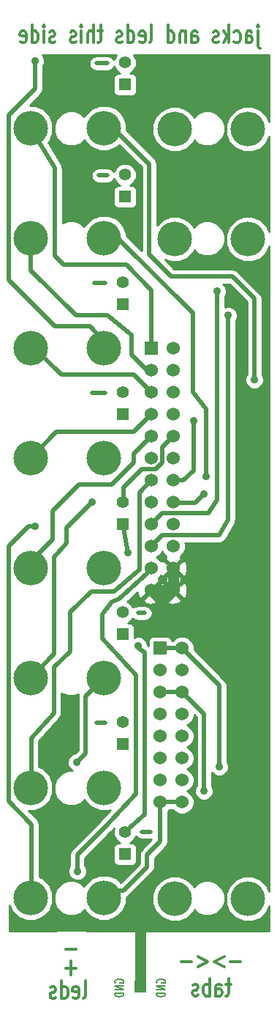
<source format=gbl>
G04 (created by PCBNEW-RS274X (2012-01-19 BZR 3256)-stable) date 12/6/2012 10:52:00 PM*
G01*
G70*
G90*
%MOIN*%
G04 Gerber Fmt 3.4, Leading zero omitted, Abs format*
%FSLAX34Y34*%
G04 APERTURE LIST*
%ADD10C,0.006000*%
%ADD11C,0.012000*%
%ADD12C,0.005000*%
%ADD13R,0.055000X0.055000*%
%ADD14R,0.060000X0.060000*%
%ADD15C,0.060000*%
%ADD16O,0.157500X0.157500*%
%ADD17C,0.055000*%
%ADD18C,0.035000*%
%ADD19C,0.020000*%
%ADD20C,0.050000*%
%ADD21C,0.010000*%
G04 APERTURE END LIST*
G54D10*
G54D11*
X49068Y-75394D02*
X48611Y-75394D01*
X48325Y-75165D02*
X47868Y-75394D01*
X48325Y-75623D01*
X47125Y-75165D02*
X47582Y-75394D01*
X47125Y-75623D01*
X46839Y-75394D02*
X46382Y-75394D01*
X48625Y-76405D02*
X48396Y-76405D01*
X48539Y-76139D02*
X48539Y-76825D01*
X48511Y-76901D01*
X48453Y-76939D01*
X48396Y-76939D01*
X47939Y-76939D02*
X47939Y-76520D01*
X47968Y-76444D01*
X48025Y-76405D01*
X48139Y-76405D01*
X48196Y-76444D01*
X47939Y-76901D02*
X47996Y-76939D01*
X48139Y-76939D01*
X48196Y-76901D01*
X48225Y-76825D01*
X48225Y-76748D01*
X48196Y-76672D01*
X48139Y-76634D01*
X47996Y-76634D01*
X47939Y-76596D01*
X47653Y-76939D02*
X47653Y-76139D01*
X47653Y-76444D02*
X47596Y-76405D01*
X47482Y-76405D01*
X47425Y-76444D01*
X47396Y-76482D01*
X47367Y-76558D01*
X47367Y-76786D01*
X47396Y-76863D01*
X47425Y-76901D01*
X47482Y-76939D01*
X47596Y-76939D01*
X47653Y-76901D01*
X47139Y-76901D02*
X47082Y-76939D01*
X46967Y-76939D01*
X46910Y-76901D01*
X46882Y-76825D01*
X46882Y-76786D01*
X46910Y-76710D01*
X46967Y-76672D01*
X47053Y-76672D01*
X47110Y-76634D01*
X47139Y-76558D01*
X47139Y-76520D01*
X47110Y-76444D01*
X47053Y-76405D01*
X46967Y-76405D01*
X46910Y-76444D01*
G54D12*
X45256Y-76347D02*
X45237Y-76318D01*
X45237Y-76275D01*
X45256Y-76232D01*
X45294Y-76204D01*
X45332Y-76189D01*
X45408Y-76175D01*
X45465Y-76175D01*
X45542Y-76189D01*
X45580Y-76204D01*
X45618Y-76232D01*
X45637Y-76275D01*
X45637Y-76304D01*
X45618Y-76347D01*
X45599Y-76361D01*
X45465Y-76361D01*
X45465Y-76304D01*
X45637Y-76489D02*
X45237Y-76489D01*
X45637Y-76661D01*
X45237Y-76661D01*
X45637Y-76803D02*
X45237Y-76803D01*
X45237Y-76875D01*
X45256Y-76918D01*
X45294Y-76946D01*
X45332Y-76961D01*
X45408Y-76975D01*
X45465Y-76975D01*
X45542Y-76961D01*
X45580Y-76946D01*
X45618Y-76918D01*
X45637Y-76875D01*
X45637Y-76803D01*
G54D11*
X49865Y-33065D02*
X49865Y-33751D01*
X49894Y-33827D01*
X49951Y-33865D01*
X49979Y-33865D01*
X49865Y-32799D02*
X49894Y-32837D01*
X49865Y-32875D01*
X49837Y-32837D01*
X49865Y-32799D01*
X49865Y-32875D01*
X49322Y-33599D02*
X49322Y-33180D01*
X49351Y-33104D01*
X49408Y-33065D01*
X49522Y-33065D01*
X49579Y-33104D01*
X49322Y-33561D02*
X49379Y-33599D01*
X49522Y-33599D01*
X49579Y-33561D01*
X49608Y-33485D01*
X49608Y-33408D01*
X49579Y-33332D01*
X49522Y-33294D01*
X49379Y-33294D01*
X49322Y-33256D01*
X48779Y-33561D02*
X48836Y-33599D01*
X48950Y-33599D01*
X49008Y-33561D01*
X49036Y-33523D01*
X49065Y-33446D01*
X49065Y-33218D01*
X49036Y-33142D01*
X49008Y-33104D01*
X48950Y-33065D01*
X48836Y-33065D01*
X48779Y-33104D01*
X48522Y-33599D02*
X48522Y-32799D01*
X48465Y-33294D02*
X48294Y-33599D01*
X48294Y-33065D02*
X48522Y-33370D01*
X48065Y-33561D02*
X48008Y-33599D01*
X47893Y-33599D01*
X47836Y-33561D01*
X47808Y-33485D01*
X47808Y-33446D01*
X47836Y-33370D01*
X47893Y-33332D01*
X47979Y-33332D01*
X48036Y-33294D01*
X48065Y-33218D01*
X48065Y-33180D01*
X48036Y-33104D01*
X47979Y-33065D01*
X47893Y-33065D01*
X47836Y-33104D01*
X46836Y-33599D02*
X46836Y-33180D01*
X46865Y-33104D01*
X46922Y-33065D01*
X47036Y-33065D01*
X47093Y-33104D01*
X46836Y-33561D02*
X46893Y-33599D01*
X47036Y-33599D01*
X47093Y-33561D01*
X47122Y-33485D01*
X47122Y-33408D01*
X47093Y-33332D01*
X47036Y-33294D01*
X46893Y-33294D01*
X46836Y-33256D01*
X46550Y-33065D02*
X46550Y-33599D01*
X46550Y-33142D02*
X46522Y-33104D01*
X46464Y-33065D01*
X46379Y-33065D01*
X46322Y-33104D01*
X46293Y-33180D01*
X46293Y-33599D01*
X45750Y-33599D02*
X45750Y-32799D01*
X45750Y-33561D02*
X45807Y-33599D01*
X45921Y-33599D01*
X45979Y-33561D01*
X46007Y-33523D01*
X46036Y-33446D01*
X46036Y-33218D01*
X46007Y-33142D01*
X45979Y-33104D01*
X45921Y-33065D01*
X45807Y-33065D01*
X45750Y-33104D01*
X44921Y-33599D02*
X44979Y-33561D01*
X45007Y-33485D01*
X45007Y-32799D01*
X44465Y-33561D02*
X44522Y-33599D01*
X44636Y-33599D01*
X44693Y-33561D01*
X44722Y-33485D01*
X44722Y-33180D01*
X44693Y-33104D01*
X44636Y-33065D01*
X44522Y-33065D01*
X44465Y-33104D01*
X44436Y-33180D01*
X44436Y-33256D01*
X44722Y-33332D01*
X43922Y-33599D02*
X43922Y-32799D01*
X43922Y-33561D02*
X43979Y-33599D01*
X44093Y-33599D01*
X44151Y-33561D01*
X44179Y-33523D01*
X44208Y-33446D01*
X44208Y-33218D01*
X44179Y-33142D01*
X44151Y-33104D01*
X44093Y-33065D01*
X43979Y-33065D01*
X43922Y-33104D01*
X43665Y-33561D02*
X43608Y-33599D01*
X43493Y-33599D01*
X43436Y-33561D01*
X43408Y-33485D01*
X43408Y-33446D01*
X43436Y-33370D01*
X43493Y-33332D01*
X43579Y-33332D01*
X43636Y-33294D01*
X43665Y-33218D01*
X43665Y-33180D01*
X43636Y-33104D01*
X43579Y-33065D01*
X43493Y-33065D01*
X43436Y-33104D01*
X42779Y-33065D02*
X42550Y-33065D01*
X42693Y-32799D02*
X42693Y-33485D01*
X42665Y-33561D01*
X42607Y-33599D01*
X42550Y-33599D01*
X42350Y-33599D02*
X42350Y-32799D01*
X42093Y-33599D02*
X42093Y-33180D01*
X42122Y-33104D01*
X42179Y-33065D01*
X42264Y-33065D01*
X42322Y-33104D01*
X42350Y-33142D01*
X41807Y-33599D02*
X41807Y-33065D01*
X41807Y-32799D02*
X41836Y-32837D01*
X41807Y-32875D01*
X41779Y-32837D01*
X41807Y-32799D01*
X41807Y-32875D01*
X41550Y-33561D02*
X41493Y-33599D01*
X41378Y-33599D01*
X41321Y-33561D01*
X41293Y-33485D01*
X41293Y-33446D01*
X41321Y-33370D01*
X41378Y-33332D01*
X41464Y-33332D01*
X41521Y-33294D01*
X41550Y-33218D01*
X41550Y-33180D01*
X41521Y-33104D01*
X41464Y-33065D01*
X41378Y-33065D01*
X41321Y-33104D01*
X40607Y-33561D02*
X40550Y-33599D01*
X40435Y-33599D01*
X40378Y-33561D01*
X40350Y-33485D01*
X40350Y-33446D01*
X40378Y-33370D01*
X40435Y-33332D01*
X40521Y-33332D01*
X40578Y-33294D01*
X40607Y-33218D01*
X40607Y-33180D01*
X40578Y-33104D01*
X40521Y-33065D01*
X40435Y-33065D01*
X40378Y-33104D01*
X40092Y-33599D02*
X40092Y-33065D01*
X40092Y-32799D02*
X40121Y-32837D01*
X40092Y-32875D01*
X40064Y-32837D01*
X40092Y-32799D01*
X40092Y-32875D01*
X39549Y-33599D02*
X39549Y-32799D01*
X39549Y-33561D02*
X39606Y-33599D01*
X39720Y-33599D01*
X39778Y-33561D01*
X39806Y-33523D01*
X39835Y-33446D01*
X39835Y-33218D01*
X39806Y-33142D01*
X39778Y-33104D01*
X39720Y-33065D01*
X39606Y-33065D01*
X39549Y-33104D01*
X39035Y-33561D02*
X39092Y-33599D01*
X39206Y-33599D01*
X39263Y-33561D01*
X39292Y-33485D01*
X39292Y-33180D01*
X39263Y-33104D01*
X39206Y-33065D01*
X39092Y-33065D01*
X39035Y-33104D01*
X39006Y-33180D01*
X39006Y-33256D01*
X39292Y-33332D01*
X41565Y-74818D02*
X41108Y-74818D01*
X41899Y-77049D02*
X41957Y-77011D01*
X41985Y-76935D01*
X41985Y-76249D01*
X41443Y-77011D02*
X41500Y-77049D01*
X41614Y-77049D01*
X41671Y-77011D01*
X41700Y-76935D01*
X41700Y-76630D01*
X41671Y-76554D01*
X41614Y-76515D01*
X41500Y-76515D01*
X41443Y-76554D01*
X41414Y-76630D01*
X41414Y-76706D01*
X41700Y-76782D01*
X40900Y-77049D02*
X40900Y-76249D01*
X40900Y-77011D02*
X40957Y-77049D01*
X41071Y-77049D01*
X41129Y-77011D01*
X41157Y-76973D01*
X41186Y-76896D01*
X41186Y-76668D01*
X41157Y-76592D01*
X41129Y-76554D01*
X41071Y-76515D01*
X40957Y-76515D01*
X40900Y-76554D01*
X40643Y-77011D02*
X40586Y-77049D01*
X40471Y-77049D01*
X40414Y-77011D01*
X40386Y-76935D01*
X40386Y-76896D01*
X40414Y-76820D01*
X40471Y-76782D01*
X40557Y-76782D01*
X40614Y-76744D01*
X40643Y-76668D01*
X40643Y-76630D01*
X40614Y-76554D01*
X40557Y-76515D01*
X40471Y-76515D01*
X40414Y-76554D01*
G54D12*
X43356Y-76347D02*
X43337Y-76318D01*
X43337Y-76275D01*
X43356Y-76232D01*
X43394Y-76204D01*
X43432Y-76189D01*
X43508Y-76175D01*
X43565Y-76175D01*
X43642Y-76189D01*
X43680Y-76204D01*
X43718Y-76232D01*
X43737Y-76275D01*
X43737Y-76304D01*
X43718Y-76347D01*
X43699Y-76361D01*
X43565Y-76361D01*
X43565Y-76304D01*
X43737Y-76489D02*
X43337Y-76489D01*
X43737Y-76661D01*
X43337Y-76661D01*
X43737Y-76803D02*
X43337Y-76803D01*
X43337Y-76875D01*
X43356Y-76918D01*
X43394Y-76946D01*
X43432Y-76961D01*
X43508Y-76975D01*
X43565Y-76975D01*
X43642Y-76961D01*
X43680Y-76946D01*
X43718Y-76918D01*
X43737Y-76875D01*
X43737Y-76803D01*
G54D11*
X41097Y-75669D02*
X41554Y-75669D01*
X41325Y-75974D02*
X41325Y-75364D01*
G54D13*
X44500Y-76525D03*
G54D14*
X45400Y-61125D03*
G54D15*
X46400Y-61125D03*
X45400Y-62125D03*
X46400Y-62125D03*
X45400Y-63125D03*
X46400Y-63125D03*
X45400Y-64125D03*
X46400Y-64125D03*
X45400Y-65125D03*
X46400Y-65125D03*
X45400Y-66125D03*
X46400Y-66125D03*
X45400Y-67125D03*
X46400Y-67125D03*
X45400Y-68125D03*
X46400Y-68125D03*
G54D14*
X45000Y-47500D03*
G54D15*
X46000Y-47500D03*
X45000Y-48500D03*
X46000Y-48500D03*
X45000Y-49500D03*
X46000Y-49500D03*
X45000Y-50500D03*
X46000Y-50500D03*
X45000Y-51500D03*
X46000Y-51500D03*
X45000Y-52500D03*
X46000Y-52500D03*
X45000Y-53500D03*
X46000Y-53500D03*
X45000Y-54500D03*
X46000Y-54500D03*
X45000Y-55500D03*
X46000Y-55500D03*
X45000Y-56500D03*
X46000Y-56500D03*
X45000Y-57500D03*
X46000Y-57500D03*
X45000Y-58500D03*
X46000Y-58500D03*
G54D16*
X49410Y-42520D03*
X46060Y-42520D03*
X39490Y-72480D03*
X42840Y-72480D03*
X39490Y-67480D03*
X42840Y-67480D03*
X39490Y-42480D03*
X42840Y-42480D03*
X49410Y-72520D03*
X46060Y-72520D03*
X49410Y-37520D03*
X46060Y-37520D03*
X39490Y-57480D03*
X42840Y-57480D03*
X39490Y-52480D03*
X42840Y-52480D03*
X39490Y-37480D03*
X42840Y-37480D03*
X39490Y-47480D03*
X42840Y-47480D03*
X39490Y-62480D03*
X42840Y-62480D03*
G54D13*
X43800Y-35500D03*
G54D17*
X43800Y-34500D03*
G54D13*
X43800Y-40600D03*
G54D17*
X43800Y-39600D03*
G54D13*
X43700Y-50500D03*
G54D17*
X43700Y-49500D03*
G54D13*
X43700Y-45500D03*
G54D17*
X43700Y-44500D03*
G54D13*
X43700Y-65500D03*
G54D17*
X43700Y-64500D03*
G54D13*
X43800Y-70500D03*
G54D17*
X43800Y-69500D03*
G54D13*
X43700Y-60500D03*
G54D17*
X43700Y-59500D03*
G54D13*
X43700Y-55500D03*
G54D17*
X43700Y-54500D03*
G54D18*
X47500Y-53325D03*
X48500Y-46000D03*
X48000Y-44900D03*
X41625Y-71275D03*
X47400Y-54125D03*
X44400Y-61025D03*
X46925Y-50800D03*
X42300Y-54500D03*
X41600Y-66325D03*
X47400Y-67625D03*
X39700Y-34425D03*
X48100Y-66525D03*
X49700Y-48925D03*
X39700Y-55600D03*
X43925Y-56775D03*
G54D19*
X42500Y-64525D02*
X42900Y-64525D01*
X44400Y-59525D02*
X44700Y-59525D01*
X42300Y-49525D02*
X42900Y-49525D01*
X42400Y-44525D02*
X42900Y-44525D01*
X42600Y-39625D02*
X43000Y-39625D01*
X44575Y-69475D02*
X44975Y-69475D01*
X42500Y-34525D02*
X43000Y-34525D01*
G54D20*
X44500Y-76525D02*
X44500Y-73450D01*
X46000Y-58500D02*
X45000Y-58500D01*
X45000Y-58500D02*
X45400Y-58900D01*
X46000Y-57500D02*
X46000Y-58500D01*
X45400Y-58900D02*
X45400Y-59100D01*
X46000Y-58500D02*
X45400Y-59100D01*
G54D19*
X39490Y-67480D02*
X39527Y-67467D01*
X44450Y-54050D02*
X45000Y-53500D01*
X40550Y-62000D02*
X40550Y-64069D01*
X44450Y-54050D02*
X44450Y-57550D01*
X39527Y-65225D02*
X39527Y-67467D01*
X41300Y-61300D02*
X40550Y-62000D01*
X44450Y-57550D02*
X43300Y-58550D01*
X41300Y-59500D02*
X41300Y-61300D01*
X40550Y-64069D02*
X39527Y-65225D01*
X43300Y-58550D02*
X42250Y-58550D01*
X42250Y-58550D02*
X41300Y-59500D01*
X44800Y-48500D02*
X44100Y-47800D01*
X44100Y-46900D02*
X43000Y-46000D01*
X43000Y-46000D02*
X41550Y-46000D01*
X45000Y-48500D02*
X44800Y-48500D01*
X44100Y-47800D02*
X44100Y-46900D01*
X41550Y-46000D02*
X39490Y-43940D01*
X39490Y-43940D02*
X39490Y-42480D01*
X43480Y-42480D02*
X46900Y-45900D01*
X46900Y-45900D02*
X46900Y-49500D01*
X43480Y-42480D02*
X42840Y-42480D01*
X47500Y-50250D02*
X46900Y-49500D01*
X47500Y-50250D02*
X47500Y-53325D01*
X48100Y-56000D02*
X48500Y-55300D01*
X45500Y-56000D02*
X48100Y-56000D01*
X48500Y-55300D02*
X48500Y-46000D01*
X45000Y-56500D02*
X45500Y-56000D01*
X48000Y-54400D02*
X48000Y-44900D01*
X47600Y-55000D02*
X48000Y-54400D01*
X45000Y-55500D02*
X45500Y-55000D01*
X45500Y-55000D02*
X47600Y-55000D01*
X43534Y-58887D02*
X43214Y-59011D01*
X42750Y-60700D02*
X44300Y-62350D01*
X45000Y-57550D02*
X43534Y-58887D01*
X41625Y-70525D02*
X42900Y-69250D01*
X42750Y-59600D02*
X42750Y-60700D01*
X43214Y-59011D02*
X42750Y-59600D01*
X44300Y-62350D02*
X44300Y-67750D01*
X44300Y-67750D02*
X42900Y-69250D01*
X45000Y-57500D02*
X45000Y-57550D01*
X41625Y-71275D02*
X41625Y-70525D01*
X44200Y-52300D02*
X45000Y-51500D01*
X39540Y-57160D02*
X40500Y-56200D01*
X44200Y-52700D02*
X44200Y-52300D01*
X43200Y-53700D02*
X44200Y-52700D01*
X41700Y-53700D02*
X43200Y-53700D01*
X40500Y-54900D02*
X41700Y-53700D01*
X39490Y-57480D02*
X39540Y-57160D01*
X40500Y-56200D02*
X40500Y-54900D01*
X45000Y-44850D02*
X43850Y-43700D01*
X40600Y-43300D02*
X41000Y-43700D01*
X39490Y-37480D02*
X40600Y-39300D01*
X45000Y-44850D02*
X45000Y-47500D01*
X40600Y-39300D02*
X40600Y-43300D01*
X43850Y-43700D02*
X41000Y-43700D01*
X45400Y-68125D02*
X45400Y-69925D01*
X44800Y-70525D02*
X44800Y-71075D01*
X45400Y-69925D02*
X44800Y-70525D01*
X46400Y-68125D02*
X45400Y-68125D01*
X43725Y-72150D02*
X43170Y-72150D01*
X43170Y-72150D02*
X42840Y-72480D01*
X44800Y-71075D02*
X43725Y-72150D01*
X47000Y-54525D02*
X47400Y-54125D01*
X44400Y-61125D02*
X44700Y-61325D01*
X46025Y-54525D02*
X47000Y-54525D01*
X44700Y-61325D02*
X44700Y-68700D01*
X43800Y-69500D02*
X44700Y-68700D01*
X44400Y-61025D02*
X44400Y-61125D01*
X46025Y-54525D02*
X46000Y-54500D01*
X46473Y-53497D02*
X46470Y-53500D01*
X46470Y-53500D02*
X46000Y-53500D01*
X46925Y-53045D02*
X46473Y-53497D01*
X46925Y-53045D02*
X46925Y-50800D01*
X45213Y-52987D02*
X45500Y-52700D01*
X45200Y-53000D02*
X44550Y-53000D01*
X45200Y-53000D02*
X45213Y-52987D01*
X46000Y-51500D02*
X45500Y-52000D01*
X45500Y-52700D02*
X45500Y-52000D01*
X43725Y-54475D02*
X43700Y-54500D01*
X44550Y-53000D02*
X43725Y-53825D01*
X43725Y-53825D02*
X43725Y-54475D01*
X44200Y-51300D02*
X40670Y-51300D01*
X40670Y-51300D02*
X39490Y-52480D01*
X45000Y-50500D02*
X44200Y-51300D01*
X40550Y-61400D02*
X39490Y-62480D01*
X41139Y-56361D02*
X40550Y-57000D01*
X40550Y-57000D02*
X40550Y-61400D01*
X41139Y-55661D02*
X42300Y-54500D01*
X41139Y-55661D02*
X41139Y-56361D01*
X40900Y-48700D02*
X39680Y-47480D01*
X39680Y-47480D02*
X39490Y-47480D01*
X45000Y-49500D02*
X44200Y-48700D01*
X44200Y-48700D02*
X40900Y-48700D01*
X42840Y-62480D02*
X42000Y-63320D01*
X42000Y-65925D02*
X41600Y-66325D01*
X42000Y-63320D02*
X42000Y-65125D01*
X42000Y-65125D02*
X42000Y-65925D01*
X38500Y-44400D02*
X38500Y-36900D01*
X42200Y-46500D02*
X40600Y-46500D01*
X40600Y-46500D02*
X38500Y-44400D01*
X47400Y-64125D02*
X47400Y-67625D01*
X46400Y-63125D02*
X45400Y-63125D01*
X39700Y-35700D02*
X38500Y-36900D01*
X42200Y-46500D02*
X42840Y-47140D01*
X47400Y-64125D02*
X46400Y-63125D01*
X39700Y-34425D02*
X39700Y-35700D01*
X42840Y-47480D02*
X42840Y-47140D01*
X43280Y-37480D02*
X44913Y-39113D01*
X45900Y-44225D02*
X48700Y-44225D01*
X48100Y-62825D02*
X48100Y-66525D01*
X44900Y-43225D02*
X45900Y-44225D01*
X44900Y-39126D02*
X44900Y-43225D01*
X46400Y-61125D02*
X45400Y-61125D01*
X48700Y-44225D02*
X49700Y-45225D01*
X44913Y-39113D02*
X44900Y-39126D01*
X49700Y-45225D02*
X49700Y-48925D01*
X48100Y-62825D02*
X46400Y-61125D01*
X42840Y-37480D02*
X43280Y-37480D01*
X39700Y-55600D02*
X39400Y-55600D01*
X39400Y-55600D02*
X38500Y-56500D01*
X39540Y-69140D02*
X38500Y-68100D01*
X39540Y-69140D02*
X39540Y-72430D01*
X39490Y-72480D02*
X39540Y-72430D01*
X38500Y-56500D02*
X38500Y-68100D01*
X43925Y-56775D02*
X43700Y-55500D01*
X43700Y-55500D02*
X43700Y-55500D01*
G54D10*
G36*
X50380Y-60275D02*
X50375Y-60300D01*
X50375Y-69000D01*
X50375Y-69100D01*
X50375Y-72172D01*
X50273Y-71925D01*
X49987Y-71639D01*
X49613Y-71483D01*
X49209Y-71483D01*
X48835Y-71637D01*
X48549Y-71923D01*
X48393Y-72297D01*
X48393Y-72701D01*
X48393Y-72741D01*
X48547Y-73115D01*
X48833Y-73401D01*
X49207Y-73557D01*
X49611Y-73557D01*
X49985Y-73403D01*
X50271Y-73117D01*
X50375Y-72867D01*
X50375Y-73975D01*
X48349Y-73975D01*
X48349Y-72660D01*
X48349Y-72342D01*
X48228Y-72048D01*
X48003Y-71823D01*
X47710Y-71701D01*
X47392Y-71701D01*
X47098Y-71822D01*
X46944Y-71976D01*
X46923Y-71925D01*
X46637Y-71639D01*
X46263Y-71483D01*
X45859Y-71483D01*
X45485Y-71637D01*
X45199Y-71923D01*
X45043Y-72297D01*
X45043Y-72701D01*
X45043Y-72741D01*
X45197Y-73115D01*
X45483Y-73401D01*
X45857Y-73557D01*
X46261Y-73557D01*
X46635Y-73403D01*
X46921Y-73117D01*
X46955Y-73035D01*
X47097Y-73177D01*
X47390Y-73299D01*
X47708Y-73299D01*
X48002Y-73178D01*
X48227Y-72953D01*
X48349Y-72660D01*
X48349Y-73975D01*
X42018Y-73975D01*
X42018Y-73967D01*
X40655Y-73967D01*
X40655Y-73975D01*
X38525Y-73975D01*
X38525Y-72827D01*
X38627Y-73075D01*
X38913Y-73361D01*
X39287Y-73517D01*
X39691Y-73517D01*
X40065Y-73363D01*
X40351Y-73077D01*
X40507Y-72703D01*
X40507Y-72299D01*
X40507Y-72259D01*
X40353Y-71885D01*
X40067Y-71599D01*
X39890Y-71525D01*
X39890Y-69140D01*
X39889Y-69139D01*
X39863Y-69006D01*
X39787Y-68893D01*
X39787Y-68892D01*
X39411Y-68517D01*
X39691Y-68517D01*
X40065Y-68363D01*
X40351Y-68077D01*
X40507Y-67703D01*
X40507Y-67299D01*
X40507Y-67259D01*
X40353Y-66885D01*
X40067Y-66599D01*
X39877Y-66519D01*
X39877Y-65357D01*
X40797Y-64316D01*
X40812Y-64301D01*
X40841Y-64249D01*
X40873Y-64203D01*
X40875Y-64190D01*
X40880Y-64183D01*
X40885Y-64139D01*
X40900Y-64069D01*
X40900Y-63178D01*
X41190Y-63299D01*
X41508Y-63299D01*
X41667Y-63233D01*
X41650Y-63320D01*
X41650Y-65125D01*
X41650Y-65780D01*
X41530Y-65900D01*
X41516Y-65900D01*
X41360Y-65964D01*
X41240Y-66084D01*
X41175Y-66240D01*
X41175Y-66409D01*
X41239Y-66565D01*
X41359Y-66685D01*
X41397Y-66701D01*
X41192Y-66701D01*
X40898Y-66822D01*
X40673Y-67047D01*
X40551Y-67340D01*
X40551Y-67658D01*
X40672Y-67952D01*
X40897Y-68177D01*
X41190Y-68299D01*
X41508Y-68299D01*
X41802Y-68178D01*
X41956Y-68024D01*
X41977Y-68075D01*
X42263Y-68361D01*
X42637Y-68517D01*
X43041Y-68517D01*
X43144Y-68474D01*
X42644Y-69011D01*
X42643Y-69011D01*
X41378Y-70278D01*
X41302Y-70391D01*
X41275Y-70525D01*
X41275Y-71024D01*
X41265Y-71034D01*
X41200Y-71190D01*
X41200Y-71359D01*
X41264Y-71515D01*
X41384Y-71635D01*
X41540Y-71700D01*
X41709Y-71700D01*
X41865Y-71636D01*
X41985Y-71516D01*
X42050Y-71360D01*
X42050Y-71191D01*
X41986Y-71035D01*
X41975Y-71024D01*
X41975Y-70669D01*
X43147Y-69498D01*
X43150Y-69493D01*
X43156Y-69489D01*
X43300Y-69334D01*
X43275Y-69395D01*
X43275Y-69604D01*
X43355Y-69797D01*
X43502Y-69945D01*
X43576Y-69976D01*
X43476Y-69976D01*
X43384Y-70014D01*
X43314Y-70084D01*
X43276Y-70175D01*
X43276Y-70274D01*
X43276Y-70824D01*
X43314Y-70916D01*
X43384Y-70986D01*
X43475Y-71024D01*
X43574Y-71024D01*
X44124Y-71024D01*
X44216Y-70986D01*
X44286Y-70916D01*
X44324Y-70825D01*
X44324Y-70726D01*
X44324Y-70176D01*
X44286Y-70084D01*
X44216Y-70014D01*
X44125Y-69976D01*
X44026Y-69976D01*
X44022Y-69976D01*
X44097Y-69945D01*
X44245Y-69798D01*
X44296Y-69674D01*
X44328Y-69722D01*
X44441Y-69798D01*
X44575Y-69825D01*
X44975Y-69825D01*
X45012Y-69817D01*
X44553Y-70278D01*
X44477Y-70391D01*
X44450Y-70525D01*
X44450Y-70930D01*
X43599Y-71781D01*
X43417Y-71599D01*
X43043Y-71443D01*
X42639Y-71443D01*
X42265Y-71597D01*
X41979Y-71883D01*
X41944Y-71964D01*
X41803Y-71823D01*
X41510Y-71701D01*
X41192Y-71701D01*
X40898Y-71822D01*
X40673Y-72047D01*
X40551Y-72340D01*
X40551Y-72658D01*
X40672Y-72952D01*
X40897Y-73177D01*
X41190Y-73299D01*
X41508Y-73299D01*
X41802Y-73178D01*
X41956Y-73024D01*
X41977Y-73075D01*
X42263Y-73361D01*
X42637Y-73517D01*
X43041Y-73517D01*
X43415Y-73363D01*
X43701Y-73077D01*
X43857Y-72703D01*
X43857Y-72473D01*
X43859Y-72473D01*
X43972Y-72397D01*
X45047Y-71323D01*
X45047Y-71322D01*
X45123Y-71209D01*
X45149Y-71075D01*
X45150Y-71075D01*
X45150Y-70669D01*
X45647Y-70173D01*
X45647Y-70172D01*
X45723Y-70059D01*
X45749Y-69925D01*
X45750Y-69925D01*
X45750Y-68551D01*
X45826Y-68475D01*
X45974Y-68475D01*
X46089Y-68590D01*
X46291Y-68674D01*
X46509Y-68674D01*
X46711Y-68590D01*
X46865Y-68436D01*
X46949Y-68234D01*
X46949Y-68016D01*
X46865Y-67814D01*
X46711Y-67660D01*
X46626Y-67625D01*
X46711Y-67590D01*
X46865Y-67436D01*
X46949Y-67234D01*
X46949Y-67016D01*
X46865Y-66814D01*
X46711Y-66660D01*
X46626Y-66625D01*
X46711Y-66590D01*
X46865Y-66436D01*
X46949Y-66234D01*
X46949Y-66016D01*
X46865Y-65814D01*
X46711Y-65660D01*
X46626Y-65625D01*
X46711Y-65590D01*
X46865Y-65436D01*
X46949Y-65234D01*
X46949Y-65016D01*
X46865Y-64814D01*
X46711Y-64660D01*
X46626Y-64625D01*
X46711Y-64590D01*
X46865Y-64436D01*
X46949Y-64234D01*
X46949Y-64168D01*
X47050Y-64269D01*
X47050Y-67374D01*
X47040Y-67384D01*
X46975Y-67540D01*
X46975Y-67709D01*
X47039Y-67865D01*
X47159Y-67985D01*
X47315Y-68050D01*
X47484Y-68050D01*
X47640Y-67986D01*
X47760Y-67866D01*
X47825Y-67710D01*
X47825Y-67541D01*
X47761Y-67385D01*
X47750Y-67374D01*
X47750Y-66776D01*
X47859Y-66885D01*
X48015Y-66950D01*
X48184Y-66950D01*
X48340Y-66886D01*
X48460Y-66766D01*
X48525Y-66610D01*
X48525Y-66441D01*
X48461Y-66285D01*
X48450Y-66274D01*
X48450Y-62825D01*
X48423Y-62691D01*
X48347Y-62578D01*
X48347Y-62577D01*
X46949Y-61179D01*
X46949Y-61016D01*
X46865Y-60814D01*
X46711Y-60660D01*
X46641Y-60630D01*
X46641Y-58603D01*
X46641Y-57603D01*
X46631Y-57349D01*
X46554Y-57160D01*
X46431Y-57139D01*
X46071Y-57500D01*
X46431Y-57861D01*
X46554Y-57840D01*
X46641Y-57603D01*
X46641Y-58603D01*
X46631Y-58349D01*
X46554Y-58160D01*
X46431Y-58139D01*
X46361Y-58209D01*
X46361Y-58069D01*
X46349Y-58000D01*
X46361Y-57931D01*
X46000Y-57571D01*
X45639Y-57931D01*
X45650Y-58000D01*
X45639Y-58069D01*
X46000Y-58429D01*
X46361Y-58069D01*
X46361Y-58209D01*
X46071Y-58500D01*
X46431Y-58861D01*
X46554Y-58840D01*
X46641Y-58603D01*
X46641Y-60630D01*
X46509Y-60576D01*
X46361Y-60576D01*
X46361Y-58931D01*
X46000Y-58571D01*
X45929Y-58641D01*
X45929Y-58500D01*
X45569Y-58139D01*
X45500Y-58150D01*
X45431Y-58139D01*
X45071Y-58500D01*
X45431Y-58861D01*
X45500Y-58849D01*
X45569Y-58861D01*
X45929Y-58500D01*
X45929Y-58641D01*
X45639Y-58931D01*
X45660Y-59054D01*
X45897Y-59141D01*
X46151Y-59131D01*
X46340Y-59054D01*
X46361Y-58931D01*
X46361Y-60576D01*
X46291Y-60576D01*
X46089Y-60660D01*
X45974Y-60775D01*
X45948Y-60775D01*
X45911Y-60684D01*
X45841Y-60614D01*
X45750Y-60576D01*
X45651Y-60576D01*
X45361Y-60576D01*
X45361Y-58931D01*
X45000Y-58571D01*
X44639Y-58931D01*
X44660Y-59054D01*
X44897Y-59141D01*
X45151Y-59131D01*
X45340Y-59054D01*
X45361Y-58931D01*
X45361Y-60576D01*
X45051Y-60576D01*
X44959Y-60614D01*
X44889Y-60684D01*
X44851Y-60775D01*
X44851Y-60874D01*
X44851Y-61005D01*
X44825Y-60988D01*
X44825Y-60941D01*
X44761Y-60785D01*
X44641Y-60665D01*
X44485Y-60600D01*
X44316Y-60600D01*
X44224Y-60637D01*
X44224Y-60176D01*
X44186Y-60084D01*
X44116Y-60014D01*
X44025Y-59976D01*
X43926Y-59976D01*
X43922Y-59976D01*
X43997Y-59945D01*
X44145Y-59798D01*
X44155Y-59773D01*
X44266Y-59848D01*
X44400Y-59875D01*
X44700Y-59875D01*
X44834Y-59848D01*
X44947Y-59772D01*
X45023Y-59659D01*
X45050Y-59525D01*
X45023Y-59391D01*
X44947Y-59278D01*
X44834Y-59202D01*
X44700Y-59175D01*
X44400Y-59175D01*
X44266Y-59202D01*
X44171Y-59265D01*
X44145Y-59203D01*
X43998Y-59055D01*
X43909Y-59018D01*
X44366Y-58600D01*
X44369Y-58651D01*
X44446Y-58840D01*
X44569Y-58861D01*
X44894Y-58535D01*
X44929Y-58500D01*
X45000Y-58429D01*
X45035Y-58394D01*
X45361Y-58069D01*
X45340Y-57946D01*
X45332Y-57943D01*
X45443Y-57832D01*
X45446Y-57840D01*
X45569Y-57861D01*
X45929Y-57500D01*
X45569Y-57139D01*
X45446Y-57160D01*
X45443Y-57167D01*
X45311Y-57035D01*
X45226Y-57000D01*
X45311Y-56965D01*
X45465Y-56811D01*
X45500Y-56726D01*
X45535Y-56811D01*
X45667Y-56943D01*
X45660Y-56946D01*
X45639Y-57069D01*
X46000Y-57429D01*
X46361Y-57069D01*
X46340Y-56946D01*
X46332Y-56943D01*
X46465Y-56811D01*
X46549Y-56609D01*
X46549Y-56391D01*
X46531Y-56350D01*
X48100Y-56350D01*
X48148Y-56340D01*
X48192Y-56337D01*
X48210Y-56327D01*
X48234Y-56323D01*
X48274Y-56295D01*
X48314Y-56276D01*
X48328Y-56259D01*
X48347Y-56247D01*
X48372Y-56208D01*
X48404Y-56173D01*
X48803Y-55473D01*
X48809Y-55454D01*
X48823Y-55434D01*
X48833Y-55380D01*
X48846Y-55344D01*
X48844Y-55326D01*
X48850Y-55300D01*
X48850Y-46251D01*
X48860Y-46241D01*
X48925Y-46085D01*
X48925Y-45916D01*
X48861Y-45760D01*
X48741Y-45640D01*
X48585Y-45575D01*
X48416Y-45575D01*
X48350Y-45602D01*
X48350Y-45151D01*
X48360Y-45141D01*
X48425Y-44985D01*
X48425Y-44816D01*
X48361Y-44660D01*
X48276Y-44575D01*
X48555Y-44575D01*
X49350Y-45369D01*
X49350Y-48674D01*
X49340Y-48684D01*
X49275Y-48840D01*
X49275Y-49009D01*
X49339Y-49165D01*
X49459Y-49285D01*
X49615Y-49350D01*
X49784Y-49350D01*
X49940Y-49286D01*
X50060Y-49166D01*
X50125Y-49010D01*
X50125Y-48841D01*
X50061Y-48685D01*
X50050Y-48674D01*
X50050Y-45225D01*
X50023Y-45091D01*
X49947Y-44978D01*
X49947Y-44977D01*
X48947Y-43978D01*
X48834Y-43902D01*
X48700Y-43875D01*
X46044Y-43875D01*
X45633Y-43463D01*
X45857Y-43557D01*
X46261Y-43557D01*
X46635Y-43403D01*
X46921Y-43117D01*
X46955Y-43035D01*
X47097Y-43177D01*
X47390Y-43299D01*
X47708Y-43299D01*
X48002Y-43178D01*
X48227Y-42953D01*
X48349Y-42660D01*
X48349Y-42342D01*
X48349Y-37660D01*
X48349Y-37342D01*
X48228Y-37048D01*
X48003Y-36823D01*
X47710Y-36701D01*
X47392Y-36701D01*
X47098Y-36822D01*
X46944Y-36976D01*
X46923Y-36925D01*
X46637Y-36639D01*
X46263Y-36483D01*
X45859Y-36483D01*
X45485Y-36637D01*
X45199Y-36923D01*
X45043Y-37297D01*
X45043Y-37701D01*
X45043Y-37741D01*
X45197Y-38115D01*
X45483Y-38401D01*
X45857Y-38557D01*
X46261Y-38557D01*
X46635Y-38403D01*
X46921Y-38117D01*
X46955Y-38035D01*
X47097Y-38177D01*
X47390Y-38299D01*
X47708Y-38299D01*
X48002Y-38178D01*
X48227Y-37953D01*
X48349Y-37660D01*
X48349Y-42342D01*
X48228Y-42048D01*
X48003Y-41823D01*
X47710Y-41701D01*
X47392Y-41701D01*
X47098Y-41822D01*
X46944Y-41976D01*
X46923Y-41925D01*
X46637Y-41639D01*
X46263Y-41483D01*
X45859Y-41483D01*
X45485Y-41637D01*
X45250Y-41872D01*
X45250Y-39174D01*
X45262Y-39113D01*
X45236Y-38980D01*
X45236Y-38979D01*
X45160Y-38866D01*
X45160Y-38865D01*
X43857Y-37562D01*
X43857Y-37299D01*
X43857Y-37259D01*
X43703Y-36885D01*
X43417Y-36599D01*
X43043Y-36443D01*
X42639Y-36443D01*
X42265Y-36597D01*
X41979Y-36883D01*
X41944Y-36964D01*
X41803Y-36823D01*
X41510Y-36701D01*
X41192Y-36701D01*
X40898Y-36822D01*
X40673Y-37047D01*
X40551Y-37340D01*
X40551Y-37658D01*
X40672Y-37952D01*
X40897Y-38177D01*
X41190Y-38299D01*
X41508Y-38299D01*
X41802Y-38178D01*
X41956Y-38024D01*
X41977Y-38075D01*
X42263Y-38361D01*
X42637Y-38517D01*
X43041Y-38517D01*
X43415Y-38363D01*
X43541Y-38236D01*
X44550Y-39244D01*
X44550Y-43055D01*
X44325Y-42830D01*
X44325Y-39705D01*
X44325Y-39496D01*
X44245Y-39303D01*
X44098Y-39155D01*
X43905Y-39075D01*
X43696Y-39075D01*
X43503Y-39155D01*
X43355Y-39302D01*
X43294Y-39448D01*
X43247Y-39378D01*
X43134Y-39302D01*
X43000Y-39275D01*
X42600Y-39275D01*
X42466Y-39302D01*
X42353Y-39378D01*
X42277Y-39491D01*
X42250Y-39625D01*
X42277Y-39759D01*
X42353Y-39872D01*
X42466Y-39948D01*
X42600Y-39975D01*
X43000Y-39975D01*
X43134Y-39948D01*
X43247Y-39872D01*
X43307Y-39782D01*
X43355Y-39897D01*
X43502Y-40045D01*
X43576Y-40076D01*
X43476Y-40076D01*
X43384Y-40114D01*
X43314Y-40184D01*
X43276Y-40275D01*
X43276Y-40374D01*
X43276Y-40924D01*
X43314Y-41016D01*
X43384Y-41086D01*
X43475Y-41124D01*
X43574Y-41124D01*
X44124Y-41124D01*
X44216Y-41086D01*
X44286Y-41016D01*
X44324Y-40925D01*
X44324Y-40826D01*
X44324Y-40276D01*
X44286Y-40184D01*
X44216Y-40114D01*
X44125Y-40076D01*
X44026Y-40076D01*
X44022Y-40076D01*
X44097Y-40045D01*
X44245Y-39898D01*
X44325Y-39705D01*
X44325Y-42830D01*
X43857Y-42362D01*
X43857Y-42299D01*
X43857Y-42259D01*
X43703Y-41885D01*
X43417Y-41599D01*
X43043Y-41443D01*
X42639Y-41443D01*
X42265Y-41597D01*
X41979Y-41883D01*
X41944Y-41964D01*
X41803Y-41823D01*
X41510Y-41701D01*
X41192Y-41701D01*
X40950Y-41800D01*
X40950Y-39300D01*
X40944Y-39273D01*
X40946Y-39245D01*
X40930Y-39202D01*
X40923Y-39166D01*
X40909Y-39146D01*
X40899Y-39117D01*
X40297Y-38130D01*
X40351Y-38077D01*
X40507Y-37703D01*
X40507Y-37299D01*
X40507Y-37259D01*
X40353Y-36885D01*
X40067Y-36599D01*
X39693Y-36443D01*
X39451Y-36443D01*
X39947Y-35948D01*
X39947Y-35947D01*
X40023Y-35834D01*
X40049Y-35700D01*
X40050Y-35700D01*
X40050Y-34676D01*
X40060Y-34666D01*
X40125Y-34510D01*
X40125Y-34341D01*
X40061Y-34185D01*
X40021Y-34145D01*
X43412Y-34145D01*
X43355Y-34202D01*
X43294Y-34348D01*
X43247Y-34278D01*
X43134Y-34202D01*
X43000Y-34175D01*
X42500Y-34175D01*
X42366Y-34202D01*
X42253Y-34278D01*
X42177Y-34391D01*
X42150Y-34525D01*
X42177Y-34659D01*
X42253Y-34772D01*
X42366Y-34848D01*
X42500Y-34875D01*
X43000Y-34875D01*
X43134Y-34848D01*
X43247Y-34772D01*
X43307Y-34682D01*
X43355Y-34797D01*
X43502Y-34945D01*
X43576Y-34976D01*
X43476Y-34976D01*
X43384Y-35014D01*
X43314Y-35084D01*
X43276Y-35175D01*
X43276Y-35274D01*
X43276Y-35824D01*
X43314Y-35916D01*
X43384Y-35986D01*
X43475Y-36024D01*
X43574Y-36024D01*
X44124Y-36024D01*
X44216Y-35986D01*
X44286Y-35916D01*
X44324Y-35825D01*
X44324Y-35726D01*
X44324Y-35176D01*
X44286Y-35084D01*
X44216Y-35014D01*
X44125Y-34976D01*
X44026Y-34976D01*
X44022Y-34976D01*
X44097Y-34945D01*
X44245Y-34798D01*
X44325Y-34605D01*
X44325Y-34396D01*
X44245Y-34203D01*
X44187Y-34145D01*
X50375Y-34145D01*
X50375Y-37172D01*
X50273Y-36925D01*
X49987Y-36639D01*
X49613Y-36483D01*
X49209Y-36483D01*
X48835Y-36637D01*
X48549Y-36923D01*
X48393Y-37297D01*
X48393Y-37701D01*
X48393Y-37741D01*
X48547Y-38115D01*
X48833Y-38401D01*
X49207Y-38557D01*
X49611Y-38557D01*
X49985Y-38403D01*
X50271Y-38117D01*
X50375Y-37867D01*
X50375Y-42172D01*
X50273Y-41925D01*
X49987Y-41639D01*
X49613Y-41483D01*
X49209Y-41483D01*
X48835Y-41637D01*
X48549Y-41923D01*
X48393Y-42297D01*
X48393Y-42701D01*
X48393Y-42741D01*
X48547Y-43115D01*
X48833Y-43401D01*
X49207Y-43557D01*
X49611Y-43557D01*
X49985Y-43403D01*
X50271Y-43117D01*
X50375Y-42867D01*
X50375Y-60250D01*
X50380Y-60275D01*
X50380Y-60275D01*
G37*
G54D21*
X50380Y-60275D02*
X50375Y-60300D01*
X50375Y-69000D01*
X50375Y-69100D01*
X50375Y-72172D01*
X50273Y-71925D01*
X49987Y-71639D01*
X49613Y-71483D01*
X49209Y-71483D01*
X48835Y-71637D01*
X48549Y-71923D01*
X48393Y-72297D01*
X48393Y-72701D01*
X48393Y-72741D01*
X48547Y-73115D01*
X48833Y-73401D01*
X49207Y-73557D01*
X49611Y-73557D01*
X49985Y-73403D01*
X50271Y-73117D01*
X50375Y-72867D01*
X50375Y-73975D01*
X48349Y-73975D01*
X48349Y-72660D01*
X48349Y-72342D01*
X48228Y-72048D01*
X48003Y-71823D01*
X47710Y-71701D01*
X47392Y-71701D01*
X47098Y-71822D01*
X46944Y-71976D01*
X46923Y-71925D01*
X46637Y-71639D01*
X46263Y-71483D01*
X45859Y-71483D01*
X45485Y-71637D01*
X45199Y-71923D01*
X45043Y-72297D01*
X45043Y-72701D01*
X45043Y-72741D01*
X45197Y-73115D01*
X45483Y-73401D01*
X45857Y-73557D01*
X46261Y-73557D01*
X46635Y-73403D01*
X46921Y-73117D01*
X46955Y-73035D01*
X47097Y-73177D01*
X47390Y-73299D01*
X47708Y-73299D01*
X48002Y-73178D01*
X48227Y-72953D01*
X48349Y-72660D01*
X48349Y-73975D01*
X42018Y-73975D01*
X42018Y-73967D01*
X40655Y-73967D01*
X40655Y-73975D01*
X38525Y-73975D01*
X38525Y-72827D01*
X38627Y-73075D01*
X38913Y-73361D01*
X39287Y-73517D01*
X39691Y-73517D01*
X40065Y-73363D01*
X40351Y-73077D01*
X40507Y-72703D01*
X40507Y-72299D01*
X40507Y-72259D01*
X40353Y-71885D01*
X40067Y-71599D01*
X39890Y-71525D01*
X39890Y-69140D01*
X39889Y-69139D01*
X39863Y-69006D01*
X39787Y-68893D01*
X39787Y-68892D01*
X39411Y-68517D01*
X39691Y-68517D01*
X40065Y-68363D01*
X40351Y-68077D01*
X40507Y-67703D01*
X40507Y-67299D01*
X40507Y-67259D01*
X40353Y-66885D01*
X40067Y-66599D01*
X39877Y-66519D01*
X39877Y-65357D01*
X40797Y-64316D01*
X40812Y-64301D01*
X40841Y-64249D01*
X40873Y-64203D01*
X40875Y-64190D01*
X40880Y-64183D01*
X40885Y-64139D01*
X40900Y-64069D01*
X40900Y-63178D01*
X41190Y-63299D01*
X41508Y-63299D01*
X41667Y-63233D01*
X41650Y-63320D01*
X41650Y-65125D01*
X41650Y-65780D01*
X41530Y-65900D01*
X41516Y-65900D01*
X41360Y-65964D01*
X41240Y-66084D01*
X41175Y-66240D01*
X41175Y-66409D01*
X41239Y-66565D01*
X41359Y-66685D01*
X41397Y-66701D01*
X41192Y-66701D01*
X40898Y-66822D01*
X40673Y-67047D01*
X40551Y-67340D01*
X40551Y-67658D01*
X40672Y-67952D01*
X40897Y-68177D01*
X41190Y-68299D01*
X41508Y-68299D01*
X41802Y-68178D01*
X41956Y-68024D01*
X41977Y-68075D01*
X42263Y-68361D01*
X42637Y-68517D01*
X43041Y-68517D01*
X43144Y-68474D01*
X42644Y-69011D01*
X42643Y-69011D01*
X41378Y-70278D01*
X41302Y-70391D01*
X41275Y-70525D01*
X41275Y-71024D01*
X41265Y-71034D01*
X41200Y-71190D01*
X41200Y-71359D01*
X41264Y-71515D01*
X41384Y-71635D01*
X41540Y-71700D01*
X41709Y-71700D01*
X41865Y-71636D01*
X41985Y-71516D01*
X42050Y-71360D01*
X42050Y-71191D01*
X41986Y-71035D01*
X41975Y-71024D01*
X41975Y-70669D01*
X43147Y-69498D01*
X43150Y-69493D01*
X43156Y-69489D01*
X43300Y-69334D01*
X43275Y-69395D01*
X43275Y-69604D01*
X43355Y-69797D01*
X43502Y-69945D01*
X43576Y-69976D01*
X43476Y-69976D01*
X43384Y-70014D01*
X43314Y-70084D01*
X43276Y-70175D01*
X43276Y-70274D01*
X43276Y-70824D01*
X43314Y-70916D01*
X43384Y-70986D01*
X43475Y-71024D01*
X43574Y-71024D01*
X44124Y-71024D01*
X44216Y-70986D01*
X44286Y-70916D01*
X44324Y-70825D01*
X44324Y-70726D01*
X44324Y-70176D01*
X44286Y-70084D01*
X44216Y-70014D01*
X44125Y-69976D01*
X44026Y-69976D01*
X44022Y-69976D01*
X44097Y-69945D01*
X44245Y-69798D01*
X44296Y-69674D01*
X44328Y-69722D01*
X44441Y-69798D01*
X44575Y-69825D01*
X44975Y-69825D01*
X45012Y-69817D01*
X44553Y-70278D01*
X44477Y-70391D01*
X44450Y-70525D01*
X44450Y-70930D01*
X43599Y-71781D01*
X43417Y-71599D01*
X43043Y-71443D01*
X42639Y-71443D01*
X42265Y-71597D01*
X41979Y-71883D01*
X41944Y-71964D01*
X41803Y-71823D01*
X41510Y-71701D01*
X41192Y-71701D01*
X40898Y-71822D01*
X40673Y-72047D01*
X40551Y-72340D01*
X40551Y-72658D01*
X40672Y-72952D01*
X40897Y-73177D01*
X41190Y-73299D01*
X41508Y-73299D01*
X41802Y-73178D01*
X41956Y-73024D01*
X41977Y-73075D01*
X42263Y-73361D01*
X42637Y-73517D01*
X43041Y-73517D01*
X43415Y-73363D01*
X43701Y-73077D01*
X43857Y-72703D01*
X43857Y-72473D01*
X43859Y-72473D01*
X43972Y-72397D01*
X45047Y-71323D01*
X45047Y-71322D01*
X45123Y-71209D01*
X45149Y-71075D01*
X45150Y-71075D01*
X45150Y-70669D01*
X45647Y-70173D01*
X45647Y-70172D01*
X45723Y-70059D01*
X45749Y-69925D01*
X45750Y-69925D01*
X45750Y-68551D01*
X45826Y-68475D01*
X45974Y-68475D01*
X46089Y-68590D01*
X46291Y-68674D01*
X46509Y-68674D01*
X46711Y-68590D01*
X46865Y-68436D01*
X46949Y-68234D01*
X46949Y-68016D01*
X46865Y-67814D01*
X46711Y-67660D01*
X46626Y-67625D01*
X46711Y-67590D01*
X46865Y-67436D01*
X46949Y-67234D01*
X46949Y-67016D01*
X46865Y-66814D01*
X46711Y-66660D01*
X46626Y-66625D01*
X46711Y-66590D01*
X46865Y-66436D01*
X46949Y-66234D01*
X46949Y-66016D01*
X46865Y-65814D01*
X46711Y-65660D01*
X46626Y-65625D01*
X46711Y-65590D01*
X46865Y-65436D01*
X46949Y-65234D01*
X46949Y-65016D01*
X46865Y-64814D01*
X46711Y-64660D01*
X46626Y-64625D01*
X46711Y-64590D01*
X46865Y-64436D01*
X46949Y-64234D01*
X46949Y-64168D01*
X47050Y-64269D01*
X47050Y-67374D01*
X47040Y-67384D01*
X46975Y-67540D01*
X46975Y-67709D01*
X47039Y-67865D01*
X47159Y-67985D01*
X47315Y-68050D01*
X47484Y-68050D01*
X47640Y-67986D01*
X47760Y-67866D01*
X47825Y-67710D01*
X47825Y-67541D01*
X47761Y-67385D01*
X47750Y-67374D01*
X47750Y-66776D01*
X47859Y-66885D01*
X48015Y-66950D01*
X48184Y-66950D01*
X48340Y-66886D01*
X48460Y-66766D01*
X48525Y-66610D01*
X48525Y-66441D01*
X48461Y-66285D01*
X48450Y-66274D01*
X48450Y-62825D01*
X48423Y-62691D01*
X48347Y-62578D01*
X48347Y-62577D01*
X46949Y-61179D01*
X46949Y-61016D01*
X46865Y-60814D01*
X46711Y-60660D01*
X46641Y-60630D01*
X46641Y-58603D01*
X46641Y-57603D01*
X46631Y-57349D01*
X46554Y-57160D01*
X46431Y-57139D01*
X46071Y-57500D01*
X46431Y-57861D01*
X46554Y-57840D01*
X46641Y-57603D01*
X46641Y-58603D01*
X46631Y-58349D01*
X46554Y-58160D01*
X46431Y-58139D01*
X46361Y-58209D01*
X46361Y-58069D01*
X46349Y-58000D01*
X46361Y-57931D01*
X46000Y-57571D01*
X45639Y-57931D01*
X45650Y-58000D01*
X45639Y-58069D01*
X46000Y-58429D01*
X46361Y-58069D01*
X46361Y-58209D01*
X46071Y-58500D01*
X46431Y-58861D01*
X46554Y-58840D01*
X46641Y-58603D01*
X46641Y-60630D01*
X46509Y-60576D01*
X46361Y-60576D01*
X46361Y-58931D01*
X46000Y-58571D01*
X45929Y-58641D01*
X45929Y-58500D01*
X45569Y-58139D01*
X45500Y-58150D01*
X45431Y-58139D01*
X45071Y-58500D01*
X45431Y-58861D01*
X45500Y-58849D01*
X45569Y-58861D01*
X45929Y-58500D01*
X45929Y-58641D01*
X45639Y-58931D01*
X45660Y-59054D01*
X45897Y-59141D01*
X46151Y-59131D01*
X46340Y-59054D01*
X46361Y-58931D01*
X46361Y-60576D01*
X46291Y-60576D01*
X46089Y-60660D01*
X45974Y-60775D01*
X45948Y-60775D01*
X45911Y-60684D01*
X45841Y-60614D01*
X45750Y-60576D01*
X45651Y-60576D01*
X45361Y-60576D01*
X45361Y-58931D01*
X45000Y-58571D01*
X44639Y-58931D01*
X44660Y-59054D01*
X44897Y-59141D01*
X45151Y-59131D01*
X45340Y-59054D01*
X45361Y-58931D01*
X45361Y-60576D01*
X45051Y-60576D01*
X44959Y-60614D01*
X44889Y-60684D01*
X44851Y-60775D01*
X44851Y-60874D01*
X44851Y-61005D01*
X44825Y-60988D01*
X44825Y-60941D01*
X44761Y-60785D01*
X44641Y-60665D01*
X44485Y-60600D01*
X44316Y-60600D01*
X44224Y-60637D01*
X44224Y-60176D01*
X44186Y-60084D01*
X44116Y-60014D01*
X44025Y-59976D01*
X43926Y-59976D01*
X43922Y-59976D01*
X43997Y-59945D01*
X44145Y-59798D01*
X44155Y-59773D01*
X44266Y-59848D01*
X44400Y-59875D01*
X44700Y-59875D01*
X44834Y-59848D01*
X44947Y-59772D01*
X45023Y-59659D01*
X45050Y-59525D01*
X45023Y-59391D01*
X44947Y-59278D01*
X44834Y-59202D01*
X44700Y-59175D01*
X44400Y-59175D01*
X44266Y-59202D01*
X44171Y-59265D01*
X44145Y-59203D01*
X43998Y-59055D01*
X43909Y-59018D01*
X44366Y-58600D01*
X44369Y-58651D01*
X44446Y-58840D01*
X44569Y-58861D01*
X44894Y-58535D01*
X44929Y-58500D01*
X45000Y-58429D01*
X45035Y-58394D01*
X45361Y-58069D01*
X45340Y-57946D01*
X45332Y-57943D01*
X45443Y-57832D01*
X45446Y-57840D01*
X45569Y-57861D01*
X45929Y-57500D01*
X45569Y-57139D01*
X45446Y-57160D01*
X45443Y-57167D01*
X45311Y-57035D01*
X45226Y-57000D01*
X45311Y-56965D01*
X45465Y-56811D01*
X45500Y-56726D01*
X45535Y-56811D01*
X45667Y-56943D01*
X45660Y-56946D01*
X45639Y-57069D01*
X46000Y-57429D01*
X46361Y-57069D01*
X46340Y-56946D01*
X46332Y-56943D01*
X46465Y-56811D01*
X46549Y-56609D01*
X46549Y-56391D01*
X46531Y-56350D01*
X48100Y-56350D01*
X48148Y-56340D01*
X48192Y-56337D01*
X48210Y-56327D01*
X48234Y-56323D01*
X48274Y-56295D01*
X48314Y-56276D01*
X48328Y-56259D01*
X48347Y-56247D01*
X48372Y-56208D01*
X48404Y-56173D01*
X48803Y-55473D01*
X48809Y-55454D01*
X48823Y-55434D01*
X48833Y-55380D01*
X48846Y-55344D01*
X48844Y-55326D01*
X48850Y-55300D01*
X48850Y-46251D01*
X48860Y-46241D01*
X48925Y-46085D01*
X48925Y-45916D01*
X48861Y-45760D01*
X48741Y-45640D01*
X48585Y-45575D01*
X48416Y-45575D01*
X48350Y-45602D01*
X48350Y-45151D01*
X48360Y-45141D01*
X48425Y-44985D01*
X48425Y-44816D01*
X48361Y-44660D01*
X48276Y-44575D01*
X48555Y-44575D01*
X49350Y-45369D01*
X49350Y-48674D01*
X49340Y-48684D01*
X49275Y-48840D01*
X49275Y-49009D01*
X49339Y-49165D01*
X49459Y-49285D01*
X49615Y-49350D01*
X49784Y-49350D01*
X49940Y-49286D01*
X50060Y-49166D01*
X50125Y-49010D01*
X50125Y-48841D01*
X50061Y-48685D01*
X50050Y-48674D01*
X50050Y-45225D01*
X50023Y-45091D01*
X49947Y-44978D01*
X49947Y-44977D01*
X48947Y-43978D01*
X48834Y-43902D01*
X48700Y-43875D01*
X46044Y-43875D01*
X45633Y-43463D01*
X45857Y-43557D01*
X46261Y-43557D01*
X46635Y-43403D01*
X46921Y-43117D01*
X46955Y-43035D01*
X47097Y-43177D01*
X47390Y-43299D01*
X47708Y-43299D01*
X48002Y-43178D01*
X48227Y-42953D01*
X48349Y-42660D01*
X48349Y-42342D01*
X48349Y-37660D01*
X48349Y-37342D01*
X48228Y-37048D01*
X48003Y-36823D01*
X47710Y-36701D01*
X47392Y-36701D01*
X47098Y-36822D01*
X46944Y-36976D01*
X46923Y-36925D01*
X46637Y-36639D01*
X46263Y-36483D01*
X45859Y-36483D01*
X45485Y-36637D01*
X45199Y-36923D01*
X45043Y-37297D01*
X45043Y-37701D01*
X45043Y-37741D01*
X45197Y-38115D01*
X45483Y-38401D01*
X45857Y-38557D01*
X46261Y-38557D01*
X46635Y-38403D01*
X46921Y-38117D01*
X46955Y-38035D01*
X47097Y-38177D01*
X47390Y-38299D01*
X47708Y-38299D01*
X48002Y-38178D01*
X48227Y-37953D01*
X48349Y-37660D01*
X48349Y-42342D01*
X48228Y-42048D01*
X48003Y-41823D01*
X47710Y-41701D01*
X47392Y-41701D01*
X47098Y-41822D01*
X46944Y-41976D01*
X46923Y-41925D01*
X46637Y-41639D01*
X46263Y-41483D01*
X45859Y-41483D01*
X45485Y-41637D01*
X45250Y-41872D01*
X45250Y-39174D01*
X45262Y-39113D01*
X45236Y-38980D01*
X45236Y-38979D01*
X45160Y-38866D01*
X45160Y-38865D01*
X43857Y-37562D01*
X43857Y-37299D01*
X43857Y-37259D01*
X43703Y-36885D01*
X43417Y-36599D01*
X43043Y-36443D01*
X42639Y-36443D01*
X42265Y-36597D01*
X41979Y-36883D01*
X41944Y-36964D01*
X41803Y-36823D01*
X41510Y-36701D01*
X41192Y-36701D01*
X40898Y-36822D01*
X40673Y-37047D01*
X40551Y-37340D01*
X40551Y-37658D01*
X40672Y-37952D01*
X40897Y-38177D01*
X41190Y-38299D01*
X41508Y-38299D01*
X41802Y-38178D01*
X41956Y-38024D01*
X41977Y-38075D01*
X42263Y-38361D01*
X42637Y-38517D01*
X43041Y-38517D01*
X43415Y-38363D01*
X43541Y-38236D01*
X44550Y-39244D01*
X44550Y-43055D01*
X44325Y-42830D01*
X44325Y-39705D01*
X44325Y-39496D01*
X44245Y-39303D01*
X44098Y-39155D01*
X43905Y-39075D01*
X43696Y-39075D01*
X43503Y-39155D01*
X43355Y-39302D01*
X43294Y-39448D01*
X43247Y-39378D01*
X43134Y-39302D01*
X43000Y-39275D01*
X42600Y-39275D01*
X42466Y-39302D01*
X42353Y-39378D01*
X42277Y-39491D01*
X42250Y-39625D01*
X42277Y-39759D01*
X42353Y-39872D01*
X42466Y-39948D01*
X42600Y-39975D01*
X43000Y-39975D01*
X43134Y-39948D01*
X43247Y-39872D01*
X43307Y-39782D01*
X43355Y-39897D01*
X43502Y-40045D01*
X43576Y-40076D01*
X43476Y-40076D01*
X43384Y-40114D01*
X43314Y-40184D01*
X43276Y-40275D01*
X43276Y-40374D01*
X43276Y-40924D01*
X43314Y-41016D01*
X43384Y-41086D01*
X43475Y-41124D01*
X43574Y-41124D01*
X44124Y-41124D01*
X44216Y-41086D01*
X44286Y-41016D01*
X44324Y-40925D01*
X44324Y-40826D01*
X44324Y-40276D01*
X44286Y-40184D01*
X44216Y-40114D01*
X44125Y-40076D01*
X44026Y-40076D01*
X44022Y-40076D01*
X44097Y-40045D01*
X44245Y-39898D01*
X44325Y-39705D01*
X44325Y-42830D01*
X43857Y-42362D01*
X43857Y-42299D01*
X43857Y-42259D01*
X43703Y-41885D01*
X43417Y-41599D01*
X43043Y-41443D01*
X42639Y-41443D01*
X42265Y-41597D01*
X41979Y-41883D01*
X41944Y-41964D01*
X41803Y-41823D01*
X41510Y-41701D01*
X41192Y-41701D01*
X40950Y-41800D01*
X40950Y-39300D01*
X40944Y-39273D01*
X40946Y-39245D01*
X40930Y-39202D01*
X40923Y-39166D01*
X40909Y-39146D01*
X40899Y-39117D01*
X40297Y-38130D01*
X40351Y-38077D01*
X40507Y-37703D01*
X40507Y-37299D01*
X40507Y-37259D01*
X40353Y-36885D01*
X40067Y-36599D01*
X39693Y-36443D01*
X39451Y-36443D01*
X39947Y-35948D01*
X39947Y-35947D01*
X40023Y-35834D01*
X40049Y-35700D01*
X40050Y-35700D01*
X40050Y-34676D01*
X40060Y-34666D01*
X40125Y-34510D01*
X40125Y-34341D01*
X40061Y-34185D01*
X40021Y-34145D01*
X43412Y-34145D01*
X43355Y-34202D01*
X43294Y-34348D01*
X43247Y-34278D01*
X43134Y-34202D01*
X43000Y-34175D01*
X42500Y-34175D01*
X42366Y-34202D01*
X42253Y-34278D01*
X42177Y-34391D01*
X42150Y-34525D01*
X42177Y-34659D01*
X42253Y-34772D01*
X42366Y-34848D01*
X42500Y-34875D01*
X43000Y-34875D01*
X43134Y-34848D01*
X43247Y-34772D01*
X43307Y-34682D01*
X43355Y-34797D01*
X43502Y-34945D01*
X43576Y-34976D01*
X43476Y-34976D01*
X43384Y-35014D01*
X43314Y-35084D01*
X43276Y-35175D01*
X43276Y-35274D01*
X43276Y-35824D01*
X43314Y-35916D01*
X43384Y-35986D01*
X43475Y-36024D01*
X43574Y-36024D01*
X44124Y-36024D01*
X44216Y-35986D01*
X44286Y-35916D01*
X44324Y-35825D01*
X44324Y-35726D01*
X44324Y-35176D01*
X44286Y-35084D01*
X44216Y-35014D01*
X44125Y-34976D01*
X44026Y-34976D01*
X44022Y-34976D01*
X44097Y-34945D01*
X44245Y-34798D01*
X44325Y-34605D01*
X44325Y-34396D01*
X44245Y-34203D01*
X44187Y-34145D01*
X50375Y-34145D01*
X50375Y-37172D01*
X50273Y-36925D01*
X49987Y-36639D01*
X49613Y-36483D01*
X49209Y-36483D01*
X48835Y-36637D01*
X48549Y-36923D01*
X48393Y-37297D01*
X48393Y-37701D01*
X48393Y-37741D01*
X48547Y-38115D01*
X48833Y-38401D01*
X49207Y-38557D01*
X49611Y-38557D01*
X49985Y-38403D01*
X50271Y-38117D01*
X50375Y-37867D01*
X50375Y-42172D01*
X50273Y-41925D01*
X49987Y-41639D01*
X49613Y-41483D01*
X49209Y-41483D01*
X48835Y-41637D01*
X48549Y-41923D01*
X48393Y-42297D01*
X48393Y-42701D01*
X48393Y-42741D01*
X48547Y-43115D01*
X48833Y-43401D01*
X49207Y-43557D01*
X49611Y-43557D01*
X49985Y-43403D01*
X50271Y-43117D01*
X50375Y-42867D01*
X50375Y-60250D01*
X50380Y-60275D01*
M02*

</source>
